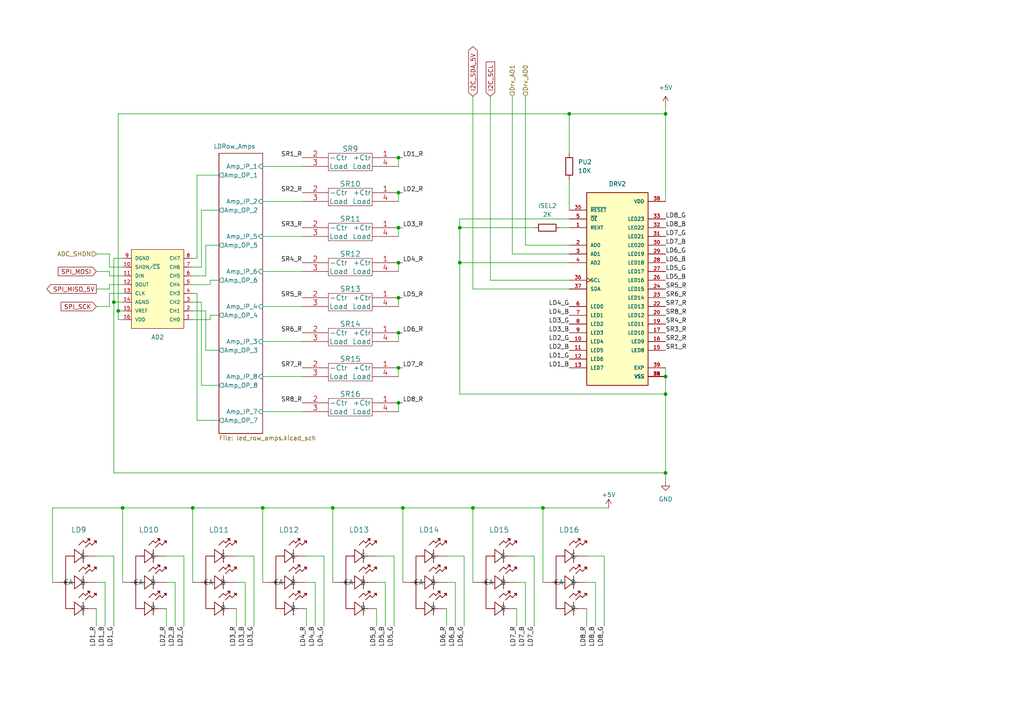
<source format=kicad_sch>
(kicad_sch (version 20211123) (generator eeschema)
  (paper "A4")
  (lib_symbols
    (symbol "ADC:MCU-MCP3008-I{brace}slash}P(DIP16-7.62MM)" (pin_names (offset 1.016))
      (property "Reference" "LED_Row_ADC_1" (at -0.381 15.24 0))
      (symbol "MCU-MCP3008-I{brace}slash}P(DIP16-7.62MM)_0_0"
        (rectangle (start -7.62 11.43) (end 7.62 -11.43) (stroke (width 0.1524)) (fill (type background)))
        (polyline (pts (xy -8.89 -8.89) (xy -7.62 -8.89)) (stroke (width 0.1524)))
        (polyline (pts (xy -8.89 -6.35) (xy -7.62 -6.35)) (stroke (width 0.1524)))
        (polyline (pts (xy -8.89 -3.81) (xy -7.62 -3.81)) (stroke (width 0.1524)))
        (polyline (pts (xy -8.89 -1.27) (xy -7.62 -1.27)) (stroke (width 0.1524)))
        (polyline (pts (xy -8.89 1.27) (xy -7.62 1.27)) (stroke (width 0.1524)))
        (polyline (pts (xy -8.89 3.81) (xy -7.62 3.81)) (stroke (width 0.1524)))
        (polyline (pts (xy -8.89 6.35) (xy -7.62 6.35)) (stroke (width 0.1524)))
        (polyline (pts (xy -8.89 8.89) (xy -7.62 8.89)) (stroke (width 0.1524)))
        (polyline (pts (xy 7.62 -8.89) (xy 8.89 -8.89)) (stroke (width 0.1524)))
        (polyline (pts (xy 7.62 -6.35) (xy 8.89 -6.35)) (stroke (width 0.1524)))
        (polyline (pts (xy 7.62 -3.81) (xy 8.89 -3.81)) (stroke (width 0.1524)))
        (polyline (pts (xy 7.62 -1.27) (xy 8.89 -1.27)) (stroke (width 0.1524)))
        (polyline (pts (xy 7.62 1.27) (xy 8.89 1.27)) (stroke (width 0.1524)))
        (polyline (pts (xy 7.62 3.81) (xy 8.89 3.81)) (stroke (width 0.1524)))
        (polyline (pts (xy 7.62 6.35) (xy 8.89 6.35)) (stroke (width 0.1524)))
        (polyline (pts (xy 7.62 8.89) (xy 8.89 8.89)) (stroke (width 0.1524)))
        (pin input line (at -10.16 8.89 0) (length 2.54) (name "CH0") (number "1"))
        (pin input line (at 10.16 -6.35 180) (length 2.54) (name "SHDN/~{CS}") (number "10"))
        (pin input line (at 10.16 -3.81 180) (length 2.54) (name "DIN") (number "11"))
        (pin output line (at 10.16 -1.27 180) (length 2.54) (name "DOUT") (number "12"))
        (pin input line (at 10.16 1.27 180) (length 2.54) (name "CLK") (number "13"))
        (pin power_in line (at 10.16 3.81 180) (length 2.54) (name "AGND") (number "14"))
        (pin input line (at 10.16 6.35 180) (length 2.54) (name "VREF") (number "15"))
        (pin power_in line (at 10.16 8.89 180) (length 2.54) (name "VDD") (number "16"))
        (pin input line (at -10.16 6.35 0) (length 2.54) (name "CH1") (number "2"))
        (pin input line (at -10.16 3.81 0) (length 2.54) (name "CH2") (number "3"))
        (pin input line (at -10.16 1.27 0) (length 2.54) (name "CH3") (number "4"))
        (pin input line (at -10.16 -1.27 0) (length 2.54) (name "CH4") (number "5"))
        (pin input line (at -10.16 -3.81 0) (length 2.54) (name "CH5") (number "6"))
        (pin input line (at -10.16 -6.35 0) (length 2.54) (name "CH6") (number "7"))
        (pin input line (at -10.16 -8.89 0) (length 2.54) (name "CH7") (number "8"))
        (pin input line (at 10.16 -8.89 180) (length 2.54) (name "DGND") (number "9"))
      )
    )
    (symbol "Device:R" (pin_numbers hide) (pin_names (offset 0))
      (property "Reference" "R" (at 2.032 0 90))
      (property "Value" "R" (at 0 0 90))
      (symbol "R_0_1"
        (rectangle (start -1.016 -2.54) (end 1.016 2.54) (stroke (width 0.254)))
      )
      (symbol "R_1_1"
        (pin passive line (at 0 3.81 270) (length 1.27) (name "~") (number "1"))
        (pin passive line (at 0 -3.81 90) (length 1.27) (name "~") (number "2"))
      )
    )
    (symbol "LED Driver:PCA9956BTWY" (pin_names (offset 1.016))
      (property "Reference" "LED_Driver_1" (at 0 30.48 0))
      (symbol "PCA9956BTWY_0_0"
        (rectangle (start -8.89 27.94) (end 8.89 -27.94) (stroke (width 0.254)) (fill (type background)))
        (pin input line (at -13.97 17.78 0) (length 5.08) (name "REXT") (number "1"))
        (pin output line (at -13.97 -15.24 0) (length 5.08) (name "LED4") (number "10"))
        (pin output line (at -13.97 -17.78 0) (length 5.08) (name "LED5") (number "11"))
        (pin output line (at -13.97 -20.32 0) (length 5.08) (name "LED6") (number "12"))
        (pin output line (at -13.97 -22.86 0) (length 5.08) (name "LED7") (number "13"))
        (pin power_in line (at 13.97 -25.4 180) (length 5.08) (name "VSS") (number "14"))
        (pin output line (at 13.97 -17.78 180) (length 5.08) (name "LED8") (number "15"))
        (pin output line (at 13.97 -15.24 180) (length 5.08) (name "LED9") (number "16"))
        (pin output line (at 13.97 -12.7 180) (length 5.08) (name "LED10") (number "17"))
        (pin power_in line (at 13.97 -25.4 180) (length 5.08) (name "VSS") (number "18"))
        (pin output line (at 13.97 -10.16 180) (length 5.08) (name "LED11") (number "19"))
        (pin input line (at -13.97 12.7 0) (length 5.08) (name "AD0") (number "2"))
        (pin output line (at 13.97 -7.62 180) (length 5.08) (name "LED12") (number "20"))
        (pin power_in line (at 13.97 -25.4 180) (length 5.08) (name "VSS") (number "21"))
        (pin output line (at 13.97 -5.08 180) (length 5.08) (name "LED13") (number "22"))
        (pin output line (at 13.97 -2.54 180) (length 5.08) (name "LED14") (number "23"))
        (pin output line (at 13.97 0 180) (length 5.08) (name "LED15") (number "24"))
        (pin power_in line (at 13.97 -25.4 180) (length 5.08) (name "VSS") (number "25"))
        (pin output line (at 13.97 2.54 180) (length 5.08) (name "LED16") (number "26"))
        (pin output line (at 13.97 5.08 180) (length 5.08) (name "LED17") (number "27"))
        (pin output line (at 13.97 7.62 180) (length 5.08) (name "LED18") (number "28"))
        (pin output line (at 13.97 10.16 180) (length 5.08) (name "LED19") (number "29"))
        (pin input line (at -13.97 10.16 0) (length 5.08) (name "AD1") (number "3"))
        (pin output line (at 13.97 12.7 180) (length 5.08) (name "LED20") (number "30"))
        (pin output line (at 13.97 15.24 180) (length 5.08) (name "LED21") (number "31"))
        (pin output line (at 13.97 17.78 180) (length 5.08) (name "LED22") (number "32"))
        (pin output line (at 13.97 20.32 180) (length 5.08) (name "LED23") (number "33"))
        (pin power_in line (at 13.97 -25.4 180) (length 5.08) (name "VSS") (number "34"))
        (pin input line (at -13.97 22.86 0) (length 5.08) (name "~{RESET}") (number "35"))
        (pin input clock (at -13.97 2.54 0) (length 5.08) (name "SCL") (number "36"))
        (pin bidirectional line (at -13.97 0 0) (length 5.08) (name "SDA") (number "37"))
        (pin power_in line (at 13.97 25.4 180) (length 5.08) (name "VDD") (number "38"))
        (pin power_in line (at 13.97 -22.86 180) (length 5.08) (name "EXP") (number "39"))
        (pin input line (at -13.97 7.62 0) (length 5.08) (name "AD2") (number "4"))
        (pin input line (at -13.97 20.32 0) (length 5.08) (name "~{OE}") (number "5"))
        (pin output line (at -13.97 -5.08 0) (length 5.08) (name "LED0") (number "6"))
        (pin output line (at -13.97 -7.62 0) (length 5.08) (name "LED1") (number "7"))
        (pin output line (at -13.97 -10.16 0) (length 5.08) (name "LED2") (number "8"))
        (pin output line (at -13.97 -12.7 0) (length 5.08) (name "LED3") (number "9"))
      )
    )
    (symbol "RGB LED:WP154A4SEJ3VBDZGC{brace}slash}CA" (pin_numbers hide)
      (property "Reference" "LED" (at 5.08 -11.43 0))
      (property "Value" "WP154A4SEJ3VBDZGC{brace}slash}CA" (at 5.08 -13.97 0))
      (symbol "WP154A4SEJ3VBDZGC{brace}slash}CA_1_1"
        (polyline (pts (xy 2.54 0) (xy 6.0198 0)) (stroke (width 0.2032)))
        (polyline (pts (xy 3.81 -7.62) (xy 6.0198 -7.62)) (stroke (width 0.2032)))
        (polyline (pts (xy 3.81 7.62) (xy 3.81 -7.62)) (stroke (width 0.2032)))
        (polyline (pts (xy 3.81 7.62) (xy 6.0198 7.62)) (stroke (width 0.2032)))
        (polyline (pts (xy 5.715 -7.62) (xy 6.35 -7.62)) (stroke (width 0.2032)))
        (polyline (pts (xy 5.715 0) (xy 6.35 0)) (stroke (width 0.2032)))
        (polyline (pts (xy 5.715 7.62) (xy 6.35 7.62)) (stroke (width 0.2032)))
        (polyline (pts (xy 6.35 -9.525) (xy 8.89 -7.62)) (stroke (width 0.2032)))
        (polyline (pts (xy 6.35 -5.715) (xy 6.35 -9.525)) (stroke (width 0.2032)))
        (polyline (pts (xy 6.35 -1.905) (xy 8.89 0)) (stroke (width 0.2032)))
        (polyline (pts (xy 6.35 1.905) (xy 6.35 -1.905)) (stroke (width 0.2032)))
        (polyline (pts (xy 6.35 5.715) (xy 8.89 7.62)) (stroke (width 0.2032)))
        (polyline (pts (xy 6.35 9.525) (xy 6.35 5.715)) (stroke (width 0.2032)))
        (polyline (pts (xy 7.62 -4.445) (xy 8.89 -3.175)) (stroke (width 0.2032)))
        (polyline (pts (xy 7.62 3.175) (xy 8.89 4.445)) (stroke (width 0.2032)))
        (polyline (pts (xy 7.62 10.795) (xy 8.89 12.065)) (stroke (width 0.2032)))
        (polyline (pts (xy 8.89 -9.525) (xy 8.89 -5.715)) (stroke (width 0.2032)))
        (polyline (pts (xy 8.89 -7.62) (xy 6.35 -5.715)) (stroke (width 0.2032)))
        (polyline (pts (xy 8.89 -7.62) (xy 10.16 -7.62)) (stroke (width 0.2032)))
        (polyline (pts (xy 8.89 -3.175) (xy 9.525 -3.81)) (stroke (width 0.2032)))
        (polyline (pts (xy 8.89 -1.905) (xy 8.89 1.905)) (stroke (width 0.2032)))
        (polyline (pts (xy 8.89 0) (xy 6.35 1.905)) (stroke (width 0.2032)))
        (polyline (pts (xy 8.89 0) (xy 10.16 0)) (stroke (width 0.2032)))
        (polyline (pts (xy 8.89 4.445) (xy 9.525 3.81)) (stroke (width 0.2032)))
        (polyline (pts (xy 8.89 5.715) (xy 8.89 9.525)) (stroke (width 0.2032)))
        (polyline (pts (xy 8.89 7.62) (xy 6.35 9.525)) (stroke (width 0.2032)))
        (polyline (pts (xy 8.89 7.62) (xy 10.16 7.62)) (stroke (width 0.2032)))
        (polyline (pts (xy 8.89 12.065) (xy 9.525 11.43)) (stroke (width 0.2032)))
        (polyline (pts (xy 9.525 -5.08) (xy 10.795 -3.81)) (stroke (width 0.2032)))
        (polyline (pts (xy 9.525 -3.81) (xy 10.795 -2.54)) (stroke (width 0.2032)))
        (polyline (pts (xy 9.525 2.54) (xy 10.795 3.81)) (stroke (width 0.2032)))
        (polyline (pts (xy 9.525 3.81) (xy 10.795 5.08)) (stroke (width 0.2032)))
        (polyline (pts (xy 9.525 10.16) (xy 10.795 11.43)) (stroke (width 0.2032)))
        (polyline (pts (xy 9.525 11.43) (xy 10.795 12.7)) (stroke (width 0.2032)))
        (polyline (pts (xy 10.16 -2.54) (xy 10.795 -3.175)) (stroke (width 0.2032)))
        (polyline (pts (xy 10.16 5.08) (xy 10.795 4.445)) (stroke (width 0.2032)))
        (polyline (pts (xy 10.16 12.7) (xy 10.795 12.065)) (stroke (width 0.2032)))
        (polyline (pts (xy 10.795 -3.81) (xy 11.43 -4.445)) (stroke (width 0.2032)))
        (polyline (pts (xy 10.795 -3.175) (xy 10.795 -2.54)) (stroke (width 0.2032)))
        (polyline (pts (xy 10.795 -2.54) (xy 10.16 -2.54)) (stroke (width 0.2032)))
        (polyline (pts (xy 10.795 3.81) (xy 11.43 3.175)) (stroke (width 0.2032)))
        (polyline (pts (xy 10.795 4.445) (xy 10.795 5.08)) (stroke (width 0.2032)))
        (polyline (pts (xy 10.795 5.08) (xy 10.16 5.08)) (stroke (width 0.2032)))
        (polyline (pts (xy 10.795 11.43) (xy 11.43 10.795)) (stroke (width 0.2032)))
        (polyline (pts (xy 10.795 12.065) (xy 10.795 12.7)) (stroke (width 0.2032)))
        (polyline (pts (xy 10.795 12.7) (xy 10.16 12.7)) (stroke (width 0.2032)))
        (polyline (pts (xy 11.43 -4.445) (xy 12.7 -3.175)) (stroke (width 0.2032)))
        (polyline (pts (xy 11.43 3.175) (xy 12.7 4.445)) (stroke (width 0.2032)))
        (polyline (pts (xy 11.43 10.795) (xy 12.7 12.065)) (stroke (width 0.2032)))
        (polyline (pts (xy 12.065 -3.175) (xy 12.7 -3.81)) (stroke (width 0.2032)))
        (polyline (pts (xy 12.065 4.445) (xy 12.7 3.81)) (stroke (width 0.2032)))
        (polyline (pts (xy 12.065 12.065) (xy 12.7 11.43)) (stroke (width 0.2032)))
        (polyline (pts (xy 12.7 -3.81) (xy 12.7 -3.175)) (stroke (width 0.2032)))
        (polyline (pts (xy 12.7 -3.175) (xy 12.065 -3.175)) (stroke (width 0.2032)))
        (polyline (pts (xy 12.7 3.81) (xy 12.7 4.445)) (stroke (width 0.2032)))
        (polyline (pts (xy 12.7 4.445) (xy 12.065 4.445)) (stroke (width 0.2032)))
        (polyline (pts (xy 12.7 11.43) (xy 12.7 12.065)) (stroke (width 0.2032)))
        (polyline (pts (xy 12.7 12.065) (xy 12.065 12.065)) (stroke (width 0.2032)))
        (arc (start 3.81 -0.254) (mid 3.81 0.254) (end 3.81 -0.254) (stroke (width 0.254)))
        (circle (center 3.81 0) (radius 0.254) (stroke (width 0.254)))
        (pin unspecified line (at 12.7 -7.62 180) (length 2.54) (name "R") (number "1"))
        (pin power_in line (at 0 0 0) (length 2.54) (name "CA") (number "2"))
        (pin unspecified line (at 12.7 0 180) (length 2.54) (name "B") (number "3"))
        (pin unspecified line (at 12.7 7.62 180) (length 2.54) (name "G") (number "4"))
      )
    )
    (symbol "SSR:TLP4176ATP_F" (pin_names (offset 0.254))
      (property "Reference" "Q" (at 0 3.81 0))
      (symbol "TLP4176ATP_F_1_1"
        (polyline (pts (xy -6.35 -2.54) (xy 6.35 -2.54)) (stroke (width 0.127)))
        (polyline (pts (xy -6.35 2.54) (xy -6.35 -2.54)) (stroke (width 0.127)))
        (polyline (pts (xy 6.35 -2.54) (xy 6.35 2.54)) (stroke (width 0.127)))
        (polyline (pts (xy 6.35 2.54) (xy -6.35 2.54)) (stroke (width 0.127)))
        (pin unspecified line (at 13.97 1.27 180) (length 7.62) (name "+Ctr") (number "1"))
        (pin unspecified line (at -13.97 1.27 0) (length 7.62) (name "-Ctr") (number "2"))
        (pin unspecified line (at -13.97 -1.27 0) (length 7.62) (name "Load") (number "3"))
        (pin unspecified line (at 13.97 -1.27 180) (length 7.62) (name "Load") (number "4"))
      )
    )
    (symbol "power:+5V" (power) (pin_names (offset 0))
      (property "Value" "+5V" (at 0 3.556 0))
      (symbol "+5V_0_1"
        (polyline (pts (xy -0.762 1.27) (xy 0 2.54)))
        (polyline (pts (xy 0 0) (xy 0 2.54)))
        (polyline (pts (xy 0 2.54) (xy 0.762 1.27)))
      )
      (symbol "+5V_1_1"
        (pin power_in line (at 0 0 90) (length 0) hide (name "+5V") (number "1"))
      )
    )
    (symbol "power:GND" (power) (pin_names (offset 0))
      (property "Value" "GND" (at 0 -3.81 0))
      (symbol "GND_0_1"
        (polyline (pts (xy 0 0) (xy 0 -1.27) (xy 1.27 -1.27) (xy 0 -2.54) (xy -1.27 -1.27) (xy 0 -1.27)))
      )
      (symbol "GND_1_1"
        (pin power_in line (at 0 0 270) (length 0) hide (name "GND") (number "1"))
      )
    )
  )
  (junction (at 115.57 55.88))
  (junction (at 137.16 147.32))
  (junction (at 116.84 147.32))
  (junction (at 157.48 147.32))
  (junction (at 76.2 147.32))
  (junction (at 193.04 114.3))
  (junction (at 96.52 147.32))
  (junction (at 35.56 147.32))
  (junction (at 115.57 116.84))
  (junction (at 55.88 147.32))
  (junction (at 115.57 76.2))
  (junction (at 115.57 66.04))
  (junction (at 193.04 109.22))
  (junction (at 193.04 33.02))
  (junction (at 133.35 66.04))
  (junction (at 133.35 76.2))
  (junction (at 33.02 87.63))
  (junction (at 115.57 96.52))
  (junction (at 115.57 106.68))
  (junction (at 115.57 45.72))
  (junction (at 34.29 90.17))
  (junction (at 193.04 137.16))
  (junction (at 165.1 33.02))
  (junction (at 115.57 86.36))
  (wire (pts (xy 58.42 60.96) (xy 58.42 77.47)))
  (wire (pts (xy 149.86 168.91) (xy 152.4 168.91)))
  (wire (pts (xy 157.48 147.32) (xy 157.48 168.91)))
  (wire (pts (xy 170.18 176.53) (xy 170.18 181.61)))
  (wire (pts (xy 115.57 116.84) (xy 116.84 116.84)))
  (wire (pts (xy 31.75 82.55) (xy 35.56 82.55)))
  (wire (pts (xy 63.5 121.92) (xy 57.15 121.92)))
  (wire (pts (xy 27.94 83.82) (xy 31.75 83.82)))
  (wire (pts (xy 152.4 27.94) (xy 152.4 71.12)))
  (wire (pts (xy 148.59 73.66) (xy 165.1 73.66)))
  (wire (pts (xy 63.5 60.96) (xy 58.42 60.96)))
  (wire (pts (xy 48.26 161.29) (xy 53.34 161.29)))
  (wire (pts (xy 115.57 106.68) (xy 116.84 106.68)))
  (wire (pts (xy 48.26 176.53) (xy 48.26 181.61)))
  (wire (pts (xy 34.29 90.17) (xy 35.56 90.17)))
  (wire (pts (xy 193.04 106.68) (xy 193.04 109.22)))
  (wire (pts (xy 48.26 168.91) (xy 50.8 168.91)))
  (wire (pts (xy 60.96 82.55) (xy 60.96 81.28)))
  (wire (pts (xy 35.56 147.32) (xy 35.56 168.91)))
  (wire (pts (xy 59.69 71.12) (xy 59.69 80.01)))
  (wire (pts (xy 154.94 161.29) (xy 154.94 181.61)))
  (wire (pts (xy 31.75 78.74) (xy 31.75 80.01)))
  (wire (pts (xy 31.75 85.09) (xy 35.56 85.09)))
  (wire (pts (xy 115.57 68.58) (xy 115.57 66.04)))
  (wire (pts (xy 114.3 161.29) (xy 114.3 181.61)))
  (wire (pts (xy 88.9 168.91) (xy 91.44 168.91)))
  (wire (pts (xy 31.75 88.9) (xy 31.75 85.09)))
  (wire (pts (xy 133.35 66.04) (xy 154.94 66.04)))
  (wire (pts (xy 76.2 78.74) (xy 87.63 78.74)))
  (wire (pts (xy 34.29 33.02) (xy 165.1 33.02)))
  (wire (pts (xy 27.94 73.66) (xy 31.75 73.66)))
  (wire (pts (xy 115.57 109.22) (xy 115.57 106.68)))
  (wire (pts (xy 115.57 76.2) (xy 116.84 76.2)))
  (wire (pts (xy 63.5 71.12) (xy 59.69 71.12)))
  (wire (pts (xy 142.24 27.94) (xy 142.24 81.28)))
  (wire (pts (xy 142.24 81.28) (xy 165.1 81.28)))
  (wire (pts (xy 129.54 176.53) (xy 129.54 181.61)))
  (wire (pts (xy 115.57 86.36) (xy 116.84 86.36)))
  (wire (pts (xy 58.42 111.76) (xy 63.5 111.76)))
  (wire (pts (xy 96.52 147.32) (xy 116.84 147.32)))
  (wire (pts (xy 109.22 168.91) (xy 111.76 168.91)))
  (wire (pts (xy 115.57 78.74) (xy 115.57 76.2)))
  (wire (pts (xy 34.29 92.71) (xy 34.29 90.17)))
  (wire (pts (xy 55.88 82.55) (xy 60.96 82.55)))
  (wire (pts (xy 58.42 87.63) (xy 58.42 111.76)))
  (wire (pts (xy 31.75 80.01) (xy 35.56 80.01)))
  (wire (pts (xy 76.2 48.26) (xy 87.63 48.26)))
  (wire (pts (xy 76.2 68.58) (xy 87.63 68.58)))
  (wire (pts (xy 193.04 114.3) (xy 133.35 114.3)))
  (wire (pts (xy 35.56 87.63) (xy 33.02 87.63)))
  (wire (pts (xy 115.57 55.88) (xy 116.84 55.88)))
  (wire (pts (xy 193.04 137.16) (xy 193.04 139.7)))
  (wire (pts (xy 31.75 73.66) (xy 31.75 77.47)))
  (wire (pts (xy 76.2 88.9) (xy 87.63 88.9)))
  (wire (pts (xy 115.57 66.04) (xy 116.84 66.04)))
  (wire (pts (xy 133.35 76.2) (xy 133.35 66.04)))
  (wire (pts (xy 76.2 109.22) (xy 87.63 109.22)))
  (wire (pts (xy 133.35 63.5) (xy 165.1 63.5)))
  (wire (pts (xy 115.57 119.38) (xy 115.57 116.84)))
  (wire (pts (xy 27.94 88.9) (xy 31.75 88.9)))
  (wire (pts (xy 93.98 161.29) (xy 93.98 181.61)))
  (wire (pts (xy 137.16 147.32) (xy 157.48 147.32)))
  (wire (pts (xy 115.57 88.9) (xy 115.57 86.36)))
  (wire (pts (xy 193.04 30.48) (xy 193.04 33.02)))
  (wire (pts (xy 68.58 176.53) (xy 68.58 181.61)))
  (wire (pts (xy 133.35 114.3) (xy 133.35 76.2)))
  (wire (pts (xy 27.94 168.91) (xy 30.48 168.91)))
  (wire (pts (xy 137.16 83.82) (xy 165.1 83.82)))
  (wire (pts (xy 34.29 33.02) (xy 34.29 90.17)))
  (wire (pts (xy 115.57 48.26) (xy 115.57 45.72)))
  (wire (pts (xy 76.2 147.32) (xy 96.52 147.32)))
  (wire (pts (xy 33.02 137.16) (xy 193.04 137.16)))
  (wire (pts (xy 15.24 168.91) (xy 15.24 147.32)))
  (wire (pts (xy 116.84 147.32) (xy 116.84 168.91)))
  (wire (pts (xy 76.2 58.42) (xy 87.63 58.42)))
  (wire (pts (xy 132.08 168.91) (xy 132.08 181.61)))
  (wire (pts (xy 129.54 168.91) (xy 132.08 168.91)))
  (wire (pts (xy 33.02 87.63) (xy 33.02 137.16)))
  (wire (pts (xy 115.57 99.06) (xy 115.57 96.52)))
  (wire (pts (xy 129.54 161.29) (xy 134.62 161.29)))
  (wire (pts (xy 165.1 52.07) (xy 165.1 60.96)))
  (wire (pts (xy 31.75 83.82) (xy 31.75 82.55)))
  (wire (pts (xy 152.4 168.91) (xy 152.4 181.61)))
  (wire (pts (xy 149.86 176.53) (xy 149.86 181.61)))
  (wire (pts (xy 55.88 80.01) (xy 59.69 80.01)))
  (wire (pts (xy 68.58 161.29) (xy 73.66 161.29)))
  (wire (pts (xy 115.57 96.52) (xy 116.84 96.52)))
  (wire (pts (xy 134.62 161.29) (xy 134.62 181.61)))
  (wire (pts (xy 115.57 45.72) (xy 116.84 45.72)))
  (wire (pts (xy 55.88 87.63) (xy 58.42 87.63)))
  (wire (pts (xy 165.1 33.02) (xy 193.04 33.02)))
  (wire (pts (xy 91.44 168.91) (xy 91.44 181.61)))
  (wire (pts (xy 33.02 74.93) (xy 35.56 74.93)))
  (wire (pts (xy 33.02 161.29) (xy 33.02 181.61)))
  (wire (pts (xy 57.15 50.8) (xy 63.5 50.8)))
  (wire (pts (xy 76.2 99.06) (xy 87.63 99.06)))
  (wire (pts (xy 152.4 71.12) (xy 165.1 71.12)))
  (wire (pts (xy 137.16 147.32) (xy 137.16 168.91)))
  (wire (pts (xy 88.9 161.29) (xy 93.98 161.29)))
  (wire (pts (xy 33.02 87.63) (xy 33.02 74.93)))
  (wire (pts (xy 27.94 176.53) (xy 27.94 181.61)))
  (wire (pts (xy 165.1 33.02) (xy 165.1 44.45)))
  (wire (pts (xy 162.56 66.04) (xy 165.1 66.04)))
  (wire (pts (xy 53.34 161.29) (xy 53.34 181.61)))
  (wire (pts (xy 60.96 92.71) (xy 60.96 91.44)))
  (wire (pts (xy 58.42 77.47) (xy 55.88 77.47)))
  (wire (pts (xy 172.72 168.91) (xy 172.72 181.61)))
  (wire (pts (xy 157.48 147.32) (xy 176.53 147.32)))
  (wire (pts (xy 115.57 58.42) (xy 115.57 55.88)))
  (wire (pts (xy 63.5 81.28) (xy 60.96 81.28)))
  (wire (pts (xy 55.88 90.17) (xy 59.69 90.17)))
  (wire (pts (xy 193.04 114.3) (xy 193.04 137.16)))
  (wire (pts (xy 133.35 76.2) (xy 165.1 76.2)))
  (wire (pts (xy 76.2 119.38) (xy 87.63 119.38)))
  (wire (pts (xy 109.22 161.29) (xy 114.3 161.29)))
  (wire (pts (xy 170.18 161.29) (xy 175.26 161.29)))
  (wire (pts (xy 50.8 168.91) (xy 50.8 181.61)))
  (wire (pts (xy 35.56 147.32) (xy 55.88 147.32)))
  (wire (pts (xy 71.12 168.91) (xy 71.12 181.61)))
  (wire (pts (xy 88.9 176.53) (xy 88.9 181.61)))
  (wire (pts (xy 59.69 90.17) (xy 59.69 101.6)))
  (wire (pts (xy 109.22 176.53) (xy 109.22 181.61)))
  (wire (pts (xy 193.04 109.22) (xy 193.04 114.3)))
  (wire (pts (xy 27.94 161.29) (xy 33.02 161.29)))
  (wire (pts (xy 76.2 147.32) (xy 76.2 168.91)))
  (wire (pts (xy 193.04 33.02) (xy 193.04 58.42)))
  (wire (pts (xy 57.15 85.09) (xy 55.88 85.09)))
  (wire (pts (xy 148.59 27.94) (xy 148.59 73.66)))
  (wire (pts (xy 137.16 27.94) (xy 137.16 83.82)))
  (wire (pts (xy 55.88 147.32) (xy 55.88 168.91)))
  (wire (pts (xy 27.94 78.74) (xy 31.75 78.74)))
  (wire (pts (xy 68.58 168.91) (xy 71.12 168.91)))
  (wire (pts (xy 133.35 66.04) (xy 133.35 63.5)))
  (wire (pts (xy 111.76 168.91) (xy 111.76 181.61)))
  (wire (pts (xy 116.84 147.32) (xy 137.16 147.32)))
  (wire (pts (xy 57.15 50.8) (xy 57.15 74.93)))
  (wire (pts (xy 96.52 147.32) (xy 96.52 168.91)))
  (wire (pts (xy 175.26 161.29) (xy 175.26 181.61)))
  (wire (pts (xy 31.75 77.47) (xy 35.56 77.47)))
  (wire (pts (xy 30.48 168.91) (xy 30.48 181.61)))
  (wire (pts (xy 170.18 168.91) (xy 172.72 168.91)))
  (wire (pts (xy 73.66 161.29) (xy 73.66 181.61)))
  (wire (pts (xy 149.86 161.29) (xy 154.94 161.29)))
  (wire (pts (xy 35.56 92.71) (xy 34.29 92.71)))
  (wire (pts (xy 55.88 147.32) (xy 76.2 147.32)))
  (wire (pts (xy 55.88 92.71) (xy 60.96 92.71)))
  (wire (pts (xy 57.15 74.93) (xy 55.88 74.93)))
  (wire (pts (xy 60.96 91.44) (xy 63.5 91.44)))
  (wire (pts (xy 15.24 147.32) (xy 35.56 147.32)))
  (wire (pts (xy 57.15 85.09) (xy 57.15 121.92)))
  (wire (pts (xy 59.69 101.6) (xy 63.5 101.6)))
  (label "LD7_G" (at 154.94 181.61 270))
  (label "SR3_R" (at 193.04 96.52 0))
  (label "LD7_B" (at 193.04 71.12 0))
  (label "LD2_G" (at 53.34 181.61 270))
  (label "LD4_B" (at 91.44 181.61 270))
  (label "LD1_B" (at 30.48 181.61 270))
  (label "LD8_B" (at 193.04 66.04 0))
  (label "SR1_R" (at 87.63 45.72 180))
  (label "LD7_B" (at 152.4 181.61 270))
  (label "LD5_B" (at 111.76 181.61 270))
  (label "SR7_R" (at 87.63 106.68 180))
  (label "SR6_R" (at 87.63 96.52 180))
  (label "LD4_G" (at 93.98 181.61 270))
  (label "LD4_B" (at 165.1 91.44 180))
  (label "LD7_R" (at 116.84 106.68 0))
  (label "LD8_B" (at 172.72 181.61 270))
  (label "SR4_R" (at 87.63 76.2 180))
  (label "SR3_R" (at 87.63 66.04 180))
  (label "LD2_R" (at 116.84 55.88 0))
  (label "LD6_B" (at 193.04 76.2 0))
  (label "LD3_G" (at 165.1 93.98 180))
  (label "LD6_R" (at 116.84 96.52 0))
  (label "LD2_B" (at 50.8 181.61 270))
  (label "LD8_G" (at 175.26 181.61 270))
  (label "SR8_R" (at 87.63 116.84 180))
  (label "LD7_G" (at 193.04 68.58 0))
  (label "LD2_R" (at 48.26 181.61 270))
  (label "LD4_R" (at 116.84 76.2 0))
  (label "LD1_R" (at 27.94 181.61 270))
  (label "LD5_B" (at 193.04 81.28 0))
  (label "LD4_R" (at 88.9 181.61 270))
  (label "LD4_G" (at 165.1 88.9 180))
  (label "LD6_R" (at 129.54 181.61 270))
  (label "LD5_G" (at 114.3 181.61 270))
  (label "LD1_G" (at 165.1 104.14 180))
  (label "LD6_B" (at 132.08 181.61 270))
  (label "LD8_R" (at 116.84 116.84 0))
  (label "LD3_G" (at 73.66 181.61 270))
  (label "SR6_R" (at 193.04 86.36 0))
  (label "SR5_R" (at 193.04 83.82 0))
  (label "LD2_G" (at 165.1 99.06 180))
  (label "LD6_G" (at 193.04 73.66 0))
  (label "LD3_B" (at 165.1 96.52 180))
  (label "LD1_B" (at 165.1 106.68 180))
  (label "SR5_R" (at 87.63 86.36 180))
  (label "LD1_G" (at 33.02 181.61 270))
  (label "LD1_R" (at 116.84 45.72 0))
  (label "SR2_R" (at 87.63 55.88 180))
  (label "SR1_R" (at 193.04 101.6 0))
  (label "LD3_R" (at 116.84 66.04 0))
  (label "LD5_G" (at 193.04 78.74 0))
  (label "LD3_B" (at 71.12 181.61 270))
  (label "LD3_R" (at 68.58 181.61 270))
  (label "LD7_R" (at 149.86 181.61 270))
  (label "LD8_R" (at 170.18 181.61 270))
  (label "LD6_G" (at 134.62 181.61 270))
  (label "SR7_R" (at 193.04 88.9 0))
  (label "SR8_R" (at 193.04 91.44 0))
  (label "LD8_G" (at 193.04 63.5 0))
  (label "LD5_R" (at 116.84 86.36 0))
  (label "SR2_R" (at 193.04 99.06 0))
  (label "SR4_R" (at 193.04 93.98 0))
  (label "LD2_B" (at 165.1 101.6 180))
  (label "LD5_R" (at 109.22 181.61 270))
  (global_label "I2C_SCL" (shape input) (at 142.24 27.94 90) (property "Intersheet References" "${INTERSHEET_REFS}" (effects hide)))
  (global_label "SPI_MOSI" (shape input) (at 27.94 78.74 180) (property "Intersheet References" "${INTERSHEET_REFS}" (effects hide)))
  (global_label "SPI_SCK" (shape input) (at 27.94 88.9 180) (property "Intersheet References" "${INTERSHEET_REFS}" (effects hide)))
  (global_label "I2C_SDA_5V" (shape bidirectional) (at 137.16 27.94 90) (property "Intersheet References" "${INTERSHEET_REFS}" (effects hide)))
  (global_label "SPI_MISO_5V" (shape output) (at 27.94 83.82 180) (property "Intersheet References" "${INTERSHEET_REFS}" (effects hide)))
  (hierarchical_label "Drv_AD0" (shape input) (at 152.4 27.94 90))
  (hierarchical_label "ADC_SHDN" (shape input) (at 27.94 73.66 180))
  (hierarchical_label "Drv_AD1" (shape input) (at 148.59 27.94 90))
  (symbol (lib_id "power:+5V") (at 176.53 147.32 0) (unit 1)
    (property "Reference" "#PWR0111" (effects hide))
    (property "Value" "+5V" (at 176.53 143.51 0))
  )
  (symbol (lib_id "RGB LED:WP154A4SEJ3VBDZGC{brace}slash}CA") (at 55.88 168.91 0) (unit 1)
    (property "Reference" "LD11" (at 63.5 153.67 0) (effects (font (size 1.524 1.524))))
    (property "Value" "WP154A4SEJ3VBDZGC{slash}CA" (effects hide))
    (property "Footprint" "RGB LED:WP154A4SEJ3VBDZGC&slash_CA" (effects hide))
  )
  (symbol (lib_id "SSR:TLP4176ATP_F") (at 101.6 87.63 0) (unit 1)
    (property "Reference" "SR13" (at 101.6 83.82 0) (effects (font (size 1.524 1.524))))
    (property "Value" "TLP4176ATP_F" (effects hide))
    (property "Footprint" "SSR:footprints" (effects hide))
  )
  (symbol (lib_id "SSR:TLP4176ATP_F") (at 101.6 46.99 0) (unit 1)
    (property "Reference" "SR9" (at 101.6 43.18 0) (effects (font (size 1.524 1.524))))
    (property "Value" "TLP4176ATP_F" (effects hide))
    (property "Footprint" "SSR:footprints" (effects hide))
  )
  (symbol (lib_id "RGB LED:WP154A4SEJ3VBDZGC{brace}slash}CA") (at 35.56 168.91 0) (unit 1)
    (property "Reference" "LD10" (at 43.18 153.67 0) (effects (font (size 1.524 1.524))))
    (property "Value" "WP154A4SEJ3VBDZGC{slash}CA" (effects hide))
    (property "Footprint" "RGB LED:WP154A4SEJ3VBDZGC&slash_CA" (effects hide))
  )
  (symbol (lib_id "power:+5V") (at 193.04 30.48 0) (unit 1)
    (property "Reference" "#PWR0110" (effects hide))
    (property "Value" "+5V" (at 193.04 25.4 0))
  )
  (symbol (lib_id "SSR:TLP4176ATP_F") (at 101.6 57.15 0) (unit 1)
    (property "Reference" "SR10" (at 101.6 53.34 0) (effects (font (size 1.524 1.524))))
    (property "Value" "TLP4176ATP_F" (effects hide))
    (property "Footprint" "SSR:footprints" (effects hide))
  )
  (symbol (lib_id "SSR:TLP4176ATP_F") (at 101.6 77.47 0) (unit 1)
    (property "Reference" "SR12" (at 101.6 73.66 0) (effects (font (size 1.524 1.524))))
    (property "Value" "TLP4176ATP_F" (effects hide))
    (property "Footprint" "SSR:footprints" (effects hide))
  )
  (symbol (lib_id "RGB LED:WP154A4SEJ3VBDZGC{brace}slash}CA") (at 137.16 168.91 0) (unit 1)
    (property "Reference" "LD15" (at 144.78 153.67 0) (effects (font (size 1.524 1.524))))
    (property "Value" "WP154A4SEJ3VBDZGC{slash}CA" (effects hide))
    (property "Footprint" "RGB LED:WP154A4SEJ3VBDZGC&slash_CA" (effects hide))
  )
  (symbol (lib_id "RGB LED:WP154A4SEJ3VBDZGC{brace}slash}CA") (at 157.48 168.91 0) (unit 1)
    (property "Reference" "LD16" (at 165.1 153.67 0) (effects (font (size 1.524 1.524))))
    (property "Value" "WP154A4SEJ3VBDZGC{slash}CA" (effects hide))
    (property "Footprint" "RGB LED:WP154A4SEJ3VBDZGC&slash_CA" (effects hide))
  )
  (symbol (lib_id "Device:R") (at 158.75 66.04 90) (mirror x) (unit 1)
    (property "Reference" "ISEL2" (at 158.75 59.69 90))
    (property "Value" "2K" (at 158.75 62.23 90))
    (property "Footprint" "Resistor TH:footprints" (effects hide))
  )
  (symbol (lib_id "RGB LED:WP154A4SEJ3VBDZGC{brace}slash}CA") (at 116.84 168.91 0) (unit 1)
    (property "Reference" "LD14" (at 124.46 153.67 0) (effects (font (size 1.524 1.524))))
    (property "Value" "WP154A4SEJ3VBDZGC{slash}CA" (effects hide))
    (property "Footprint" "RGB LED:WP154A4SEJ3VBDZGC&slash_CA" (effects hide))
  )
  (symbol (lib_id "SSR:TLP4176ATP_F") (at 101.6 107.95 0) (unit 1)
    (property "Reference" "SR15" (at 101.6 104.14 0) (effects (font (size 1.524 1.524))))
    (property "Value" "TLP4176ATP_F" (effects hide))
    (property "Footprint" "SSR:footprints" (effects hide))
  )
  (symbol (lib_id "SSR:TLP4176ATP_F") (at 101.6 67.31 0) (unit 1)
    (property "Reference" "SR11" (at 101.6 63.5 0) (effects (font (size 1.524 1.524))))
    (property "Value" "TLP4176ATP_F" (effects hide))
    (property "Footprint" "SSR:footprints" (effects hide))
  )
  (symbol (lib_id "SSR:TLP4176ATP_F") (at 101.6 118.11 0) (unit 1)
    (property "Reference" "SR16" (at 101.6 114.3 0) (effects (font (size 1.524 1.524))))
    (property "Value" "TLP4176ATP_F" (effects hide))
    (property "Footprint" "SSR:footprints" (effects hide))
  )
  (symbol (lib_id "SSR:TLP4176ATP_F") (at 101.6 97.79 0) (unit 1)
    (property "Reference" "SR14" (at 101.6 93.98 0) (effects (font (size 1.524 1.524))))
    (property "Value" "TLP4176ATP_F" (effects hide))
    (property "Footprint" "SSR:footprints" (effects hide))
  )
  (symbol (lib_id "power:GND") (at 193.04 139.7 0) (unit 1)
    (property "Reference" "#PWR0112" (effects hide))
    (property "Value" "GND" (at 193.04 144.78 0))
  )
  (symbol (lib_id "ADC:MCU-MCP3008-I{brace}slash}P(DIP16-7.62MM)") (at 45.72 83.82 180) (unit 1)
    (property "Reference" "AD2" (at 45.72 97.79 0))
    (property "Value" "MCU-MCP3008-I/P(DIP16-7.62MM)" (effects hide))
    (property "Footprint" "ADC:MCP3008-I&slash_P" (effects hide))
    (property "MPN" "MCP3008-I/P" (effects hide))
    (property "VALUE" "MCP3008-I/P-DIP16" (effects hide))
  )
  (symbol (lib_id "RGB LED:WP154A4SEJ3VBDZGC{brace}slash}CA") (at 15.24 168.91 0) (unit 1)
    (property "Reference" "LD9" (at 22.86 153.67 0) (effects (font (size 1.524 1.524))))
    (property "Value" "WP154A4SEJ3VBDZGC{slash}CA" (effects hide))
    (property "Footprint" "RGB LED:WP154A4SEJ3VBDZGC&slash_CA" (effects hide))
  )
  (symbol (lib_id "Device:R") (at 165.1 48.26 0) (unit 1)
    (property "Reference" "PU2" (at 167.64 46.9899 0) (effects (justify left)))
    (property "Value" "10K" (at 167.64 49.5299 0) (effects (justify left)))
    (property "Footprint" "Resistor TH:footprints" (effects hide))
  )
  (symbol (lib_id "LED Driver:PCA9956BTWY") (at 179.07 83.82 0) (unit 1)
    (property "Reference" "DRV2" (at 179.07 53.34 0))
    (property "Value" "PCA9956BTWY" (effects hide))
    (property "Footprint" "LED Driver:SOP50P640X110-39N" (effects hide))
    (property "PARTREV" "1.1" (effects hide))
    (property "MAXIMUM_PACKAGE_HEIGHT" "1.1mm" (effects hide))
    (property "MANUFACTURER" "NXP" (effects hide))
    (property "STANDARD" "IPC7351B" (effects hide))
  )
  (symbol (lib_id "RGB LED:WP154A4SEJ3VBDZGC{brace}slash}CA") (at 76.2 168.91 0) (unit 1)
    (property "Reference" "LD12" (at 83.82 153.67 0) (effects (font (size 1.524 1.524))))
    (property "Value" "WP154A4SEJ3VBDZGC{slash}CA" (effects hide))
    (property "Footprint" "RGB LED:WP154A4SEJ3VBDZGC&slash_CA" (effects hide))
  )
  (symbol (lib_id "RGB LED:WP154A4SEJ3VBDZGC{brace}slash}CA") (at 96.52 168.91 0) (unit 1)
    (property "Reference" "LD13" (at 104.14 153.67 0) (effects (font (size 1.524 1.524))))
    (property "Value" "WP154A4SEJ3VBDZGC{slash}CA" (effects hide))
    (property "Footprint" "RGB LED:WP154A4SEJ3VBDZGC&slash_CA" (effects hide))
  )
  (sheet (at 63.5 44.45) (size 12.7 81.28) (stroke (width 0.1524))
    (property "Sheet name" " LDRow_Amps" (at 60.96 43.18 0) (effects (justify left bottom)))
    (property "Sheet file" "led_row_amps.kicad_sch" (at 63.5 126.3146 0) (effects (justify left top)))
    (pin "Amp_OP_3" output (at 63.5 101.6 180))
    (pin "Amp_OP_2" output (at 63.5 60.96 180))
    (pin "Amp_OP_4" output (at 63.5 91.44 180))
    (pin "Amp_OP_1" output (at 63.5 50.8 180))
    (pin "Amp_OP_8" output (at 63.5 111.76 180))
    (pin "Amp_OP_5" output (at 63.5 71.12 180))
    (pin "Amp_OP_7" output (at 63.5 121.92 180))
    (pin "Amp_OP_6" output (at 63.5 81.28 180))
    (pin "Amp_IP_1" input (at 76.2 48.26 0))
    (pin "Amp_IP_2" input (at 76.2 58.42 0))
    (pin "Amp_IP_3" input (at 76.2 99.06 0))
    (pin "Amp_IP_4" input (at 76.2 88.9 0))
    (pin "Amp_IP_8" input (at 76.2 109.22 0))
    (pin "Amp_IP_7" input (at 76.2 119.38 0))
    (pin "Amp_IP_5" input (at 76.2 68.58 0))
    (pin "Amp_IP_6" input (at 76.2 78.74 0))
  )
)
</source>
